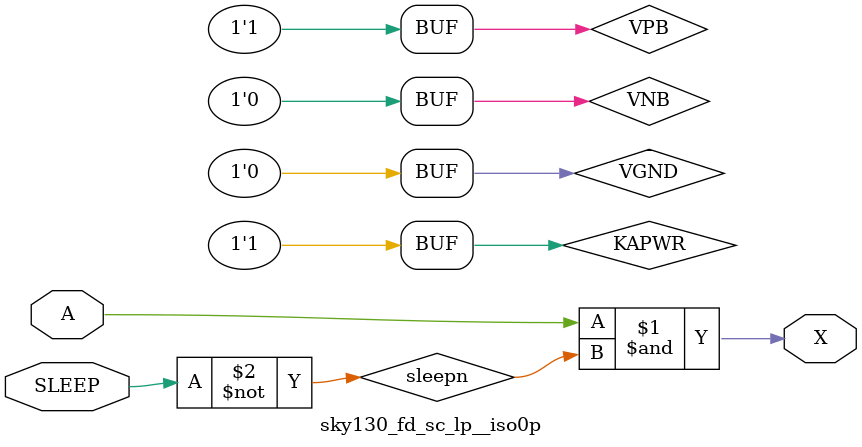
<source format=v>
/*
 * Copyright 2020 The SkyWater PDK Authors
 *
 * Licensed under the Apache License, Version 2.0 (the "License");
 * you may not use this file except in compliance with the License.
 * You may obtain a copy of the License at
 *
 *     https://www.apache.org/licenses/LICENSE-2.0
 *
 * Unless required by applicable law or agreed to in writing, software
 * distributed under the License is distributed on an "AS IS" BASIS,
 * WITHOUT WARRANTIES OR CONDITIONS OF ANY KIND, either express or implied.
 * See the License for the specific language governing permissions and
 * limitations under the License.
 *
 * SPDX-License-Identifier: Apache-2.0
*/


`ifndef SKY130_FD_SC_LP__ISO0P_TIMING_V
`define SKY130_FD_SC_LP__ISO0P_TIMING_V

/**
 * iso0p: ????.
 *
 * Verilog simulation timing model.
 */

`timescale 1ns / 1ps
`default_nettype none

`celldefine
module sky130_fd_sc_lp__iso0p (
    X    ,
    A    ,
    SLEEP
);

    // Module ports
    output X    ;
    input  A    ;
    input  SLEEP;

    // Module supplies
    supply1 KAPWR;
    supply0 VGND ;
    supply1 VPB  ;
    supply0 VNB  ;

    // Local signals
    wire sleepn;

    //  Name  Output  Other arguments
    not not0 (sleepn, SLEEP          );
    and and0 (X     , A, sleepn      );

endmodule
`endcelldefine

`default_nettype wire
`endif  // SKY130_FD_SC_LP__ISO0P_TIMING_V

</source>
